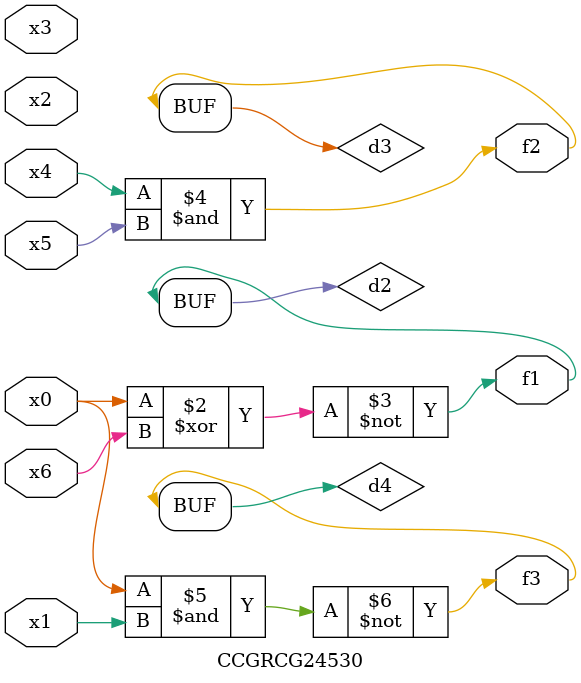
<source format=v>
module CCGRCG24530(
	input x0, x1, x2, x3, x4, x5, x6,
	output f1, f2, f3
);

	wire d1, d2, d3, d4;

	nor (d1, x0);
	xnor (d2, x0, x6);
	and (d3, x4, x5);
	nand (d4, x0, x1);
	assign f1 = d2;
	assign f2 = d3;
	assign f3 = d4;
endmodule

</source>
